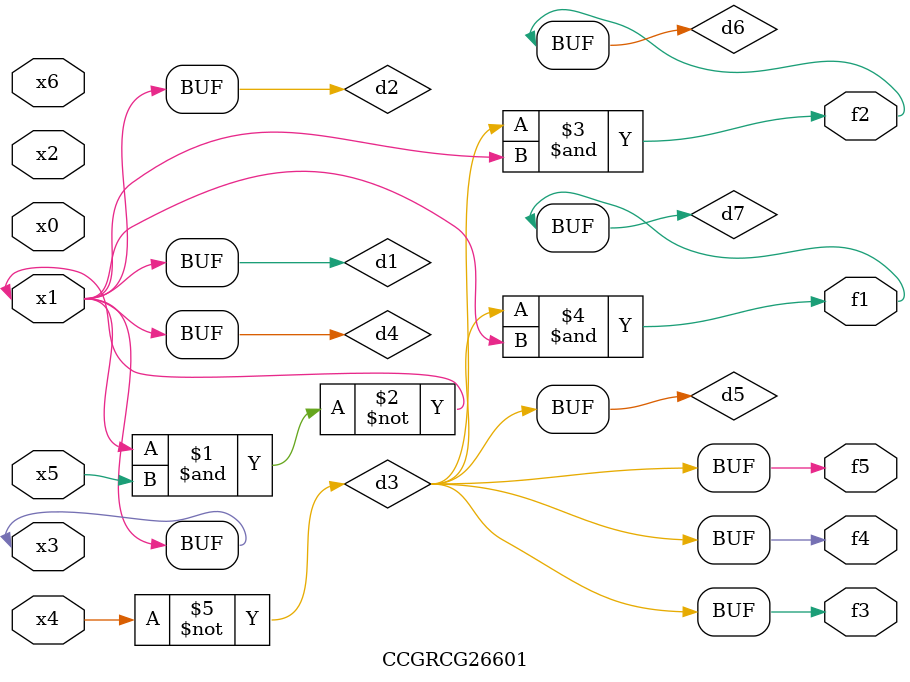
<source format=v>
module CCGRCG26601(
	input x0, x1, x2, x3, x4, x5, x6,
	output f1, f2, f3, f4, f5
);

	wire d1, d2, d3, d4, d5, d6, d7;

	buf (d1, x1, x3);
	nand (d2, x1, x5);
	not (d3, x4);
	buf (d4, d1, d2);
	buf (d5, d3);
	and (d6, d3, d4);
	and (d7, d3, d4);
	assign f1 = d7;
	assign f2 = d6;
	assign f3 = d5;
	assign f4 = d5;
	assign f5 = d5;
endmodule

</source>
